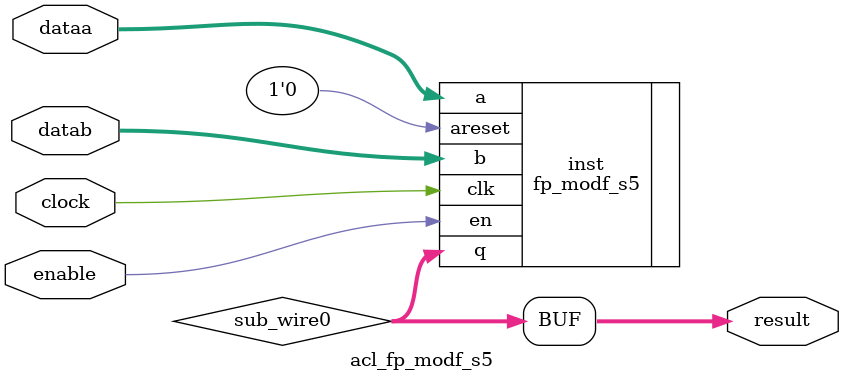
<source format=v>

`timescale 1 ps / 1 ps
// synopsys translate_on
module acl_fp_modf_s5 (
	enable,
	clock,
	dataa,
	datab,
	result);

	input	  enable;
	input	  clock;
	input	[31:0]  dataa;
	input	[31:0]  datab;
	output	[31:0]  result;

	wire [31:0] sub_wire0;
	wire [31:0] result = sub_wire0[31:0];

	fp_modf_s5	inst (
				.en (enable),
        .areset(1'b0),
				.clk(clock),
				.a(dataa),
				.b(datab),
				.q(sub_wire0));

endmodule

</source>
